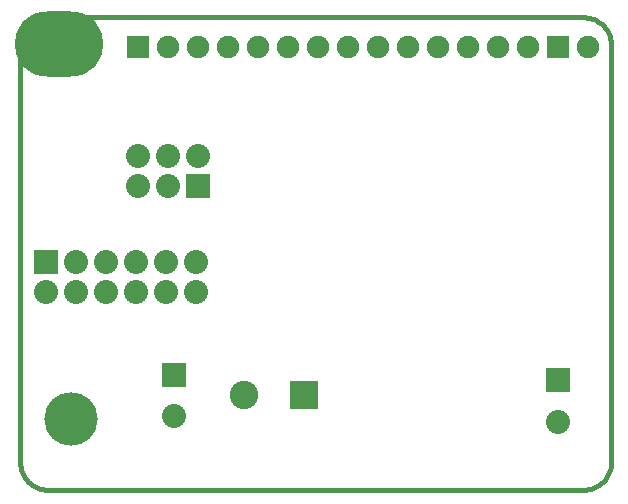
<source format=gts>
G04 (created by PCBNEW-RS274X (2012-apr-16-27)-stable) date Sun 20 Jan 2013 09:00:02 PM CET*
G01*
G70*
G90*
%MOIN*%
G04 Gerber Fmt 3.4, Leading zero omitted, Abs format*
%FSLAX34Y34*%
G04 APERTURE LIST*
%ADD10C,0.006000*%
%ADD11C,0.015000*%
%ADD12R,0.075000X0.075000*%
%ADD13C,0.075000*%
%ADD14R,0.080000X0.080000*%
%ADD15C,0.080000*%
%ADD16R,0.095000X0.095000*%
%ADD17C,0.095000*%
%ADD18O,0.295600X0.216900*%
%ADD19C,0.177500*%
G04 APERTURE END LIST*
G54D10*
G54D11*
X39370Y-40276D02*
X39370Y-54213D01*
X58110Y-39370D02*
X40276Y-39370D01*
X59055Y-54134D02*
X59055Y-40236D01*
X40276Y-55118D02*
X58228Y-55118D01*
X58229Y-55117D02*
X58307Y-55107D01*
X58385Y-55090D01*
X58460Y-55066D01*
X58533Y-55035D01*
X58604Y-54999D01*
X58670Y-54956D01*
X58733Y-54908D01*
X58792Y-54855D01*
X58845Y-54796D01*
X58893Y-54733D01*
X58936Y-54666D01*
X58972Y-54596D01*
X59003Y-54523D01*
X59027Y-54448D01*
X59044Y-54370D01*
X59054Y-54292D01*
X59058Y-54213D01*
X59054Y-54134D01*
X39371Y-54213D02*
X39375Y-54291D01*
X39385Y-54370D01*
X39402Y-54447D01*
X39426Y-54522D01*
X39456Y-54595D01*
X39493Y-54665D01*
X39535Y-54732D01*
X39583Y-54794D01*
X39637Y-54852D01*
X39695Y-54906D01*
X39757Y-54954D01*
X39824Y-54996D01*
X39894Y-55033D01*
X39967Y-55063D01*
X40042Y-55087D01*
X40119Y-55104D01*
X40198Y-55114D01*
X40276Y-55118D01*
X59055Y-40237D02*
X59048Y-40158D01*
X59034Y-40080D01*
X59014Y-40004D01*
X58987Y-39930D01*
X58953Y-39858D01*
X58914Y-39790D01*
X58868Y-39725D01*
X58817Y-39664D01*
X58762Y-39609D01*
X58701Y-39558D01*
X58636Y-39512D01*
X58568Y-39473D01*
X58496Y-39439D01*
X58422Y-39412D01*
X58346Y-39392D01*
X58268Y-39378D01*
X58189Y-39371D01*
X58111Y-39371D01*
X40276Y-39370D02*
X40198Y-39374D01*
X40119Y-39384D01*
X40042Y-39401D01*
X39967Y-39425D01*
X39894Y-39455D01*
X39824Y-39492D01*
X39757Y-39534D01*
X39694Y-39582D01*
X39636Y-39636D01*
X39582Y-39694D01*
X39534Y-39757D01*
X39492Y-39824D01*
X39455Y-39894D01*
X39425Y-39967D01*
X39401Y-40042D01*
X39384Y-40119D01*
X39374Y-40198D01*
X39370Y-40276D01*
G54D12*
X57307Y-40354D03*
G54D13*
X58307Y-40354D03*
G54D12*
X43303Y-40354D03*
G54D13*
X44303Y-40354D03*
X45303Y-40354D03*
X46303Y-40354D03*
X47303Y-40354D03*
X48303Y-40354D03*
X49303Y-40354D03*
X50303Y-40354D03*
X51303Y-40354D03*
X52303Y-40354D03*
X53303Y-40354D03*
X54303Y-40354D03*
X55303Y-40354D03*
X56303Y-40354D03*
G54D14*
X40217Y-47531D03*
G54D15*
X40217Y-48531D03*
X41217Y-47531D03*
X41217Y-48531D03*
X42217Y-47531D03*
X42217Y-48531D03*
X43217Y-47531D03*
X43217Y-48531D03*
X44217Y-47531D03*
X44217Y-48531D03*
X45217Y-47531D03*
X45217Y-48531D03*
G54D16*
X48835Y-51969D03*
G54D17*
X46835Y-51969D03*
G54D14*
X57283Y-51476D03*
G54D15*
X57283Y-52854D03*
G54D14*
X44488Y-51280D03*
G54D15*
X44488Y-52658D03*
G54D14*
X45291Y-44988D03*
G54D15*
X45291Y-43988D03*
X44291Y-44988D03*
X44291Y-43988D03*
X43291Y-44988D03*
X43291Y-43988D03*
G54D18*
X40669Y-40276D03*
G54D19*
X41063Y-52756D03*
M02*

</source>
